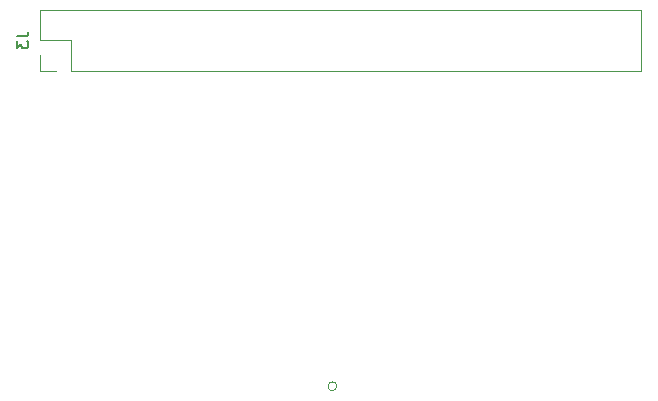
<source format=gbr>
%TF.GenerationSoftware,KiCad,Pcbnew,6.0.0*%
%TF.CreationDate,2022-01-12T19:36:27-05:00*%
%TF.ProjectId,raspi-hat,72617370-692d-4686-9174-2e6b69636164,rev?*%
%TF.SameCoordinates,Original*%
%TF.FileFunction,Legend,Bot*%
%TF.FilePolarity,Positive*%
%FSLAX46Y46*%
G04 Gerber Fmt 4.6, Leading zero omitted, Abs format (unit mm)*
G04 Created by KiCad (PCBNEW 6.0.0) date 2022-01-12 19:36:27*
%MOMM*%
%LPD*%
G01*
G04 APERTURE LIST*
G04 Aperture macros list*
%AMRoundRect*
0 Rectangle with rounded corners*
0 $1 Rounding radius*
0 $2 $3 $4 $5 $6 $7 $8 $9 X,Y pos of 4 corners*
0 Add a 4 corners polygon primitive as box body*
4,1,4,$2,$3,$4,$5,$6,$7,$8,$9,$2,$3,0*
0 Add four circle primitives for the rounded corners*
1,1,$1+$1,$2,$3*
1,1,$1+$1,$4,$5*
1,1,$1+$1,$6,$7*
1,1,$1+$1,$8,$9*
0 Add four rect primitives between the rounded corners*
20,1,$1+$1,$2,$3,$4,$5,0*
20,1,$1+$1,$4,$5,$6,$7,0*
20,1,$1+$1,$6,$7,$8,$9,0*
20,1,$1+$1,$8,$9,$2,$3,0*%
G04 Aperture macros list end*
%ADD10C,0.150000*%
%ADD11C,0.120000*%
%ADD12C,3.000000*%
%ADD13R,1.700000X1.700000*%
%ADD14O,1.700000X1.700000*%
%ADD15RoundRect,0.625000X1.875000X0.625000X-1.875000X0.625000X-1.875000X-0.625000X1.875000X-0.625000X0*%
G04 APERTURE END LIST*
D10*
X83602380Y-63986666D02*
X84316666Y-63986666D01*
X84459523Y-63939047D01*
X84554761Y-63843809D01*
X84602380Y-63700952D01*
X84602380Y-63605714D01*
X83602380Y-64367619D02*
X83602380Y-64986666D01*
X83983333Y-64653333D01*
X83983333Y-64796190D01*
X84030952Y-64891428D01*
X84078571Y-64939047D01*
X84173809Y-64986666D01*
X84411904Y-64986666D01*
X84507142Y-64939047D01*
X84554761Y-64891428D01*
X84602380Y-64796190D01*
X84602380Y-64510476D01*
X84554761Y-64415238D01*
X84507142Y-64367619D01*
D11*
X110726101Y-93599200D02*
G75*
G03*
X110726101Y-93599200I-381000J0D01*
G01*
X85590000Y-65590000D02*
X85590000Y-66920000D01*
X85590000Y-64320000D02*
X88190000Y-64320000D01*
X88190000Y-66920000D02*
X136510000Y-66920000D01*
X85590000Y-61720000D02*
X85590000Y-64320000D01*
X85590000Y-61720000D02*
X136510000Y-61720000D01*
X136510000Y-61720000D02*
X136510000Y-66920000D01*
X88190000Y-64320000D02*
X88190000Y-66920000D01*
X85590000Y-66920000D02*
X86920000Y-66920000D01*
%LPC*%
D12*
X82040000Y-64310000D03*
X140040000Y-64330000D03*
X82040000Y-113320000D03*
X140030000Y-113310000D03*
D13*
X92500000Y-100275000D03*
D14*
X92500000Y-97735000D03*
D13*
X92500000Y-87000000D03*
D14*
X92500000Y-84460000D03*
D15*
X122050000Y-98545000D03*
X129950000Y-98545000D03*
D13*
X86920000Y-65590000D03*
D14*
X86920000Y-63050000D03*
X89460000Y-65590000D03*
X89460000Y-63050000D03*
X92000000Y-65590000D03*
X92000000Y-63050000D03*
X94540000Y-65590000D03*
X94540000Y-63050000D03*
X97080000Y-65590000D03*
X97080000Y-63050000D03*
X99620000Y-65590000D03*
X99620000Y-63050000D03*
X102160000Y-65590000D03*
X102160000Y-63050000D03*
X104700000Y-65590000D03*
X104700000Y-63050000D03*
X107240000Y-65590000D03*
X107240000Y-63050000D03*
X109780000Y-65590000D03*
X109780000Y-63050000D03*
X112320000Y-65590000D03*
X112320000Y-63050000D03*
X114860000Y-65590000D03*
X114860000Y-63050000D03*
X117400000Y-65590000D03*
X117400000Y-63050000D03*
X119940000Y-65590000D03*
X119940000Y-63050000D03*
X122480000Y-65590000D03*
X122480000Y-63050000D03*
X125020000Y-65590000D03*
X125020000Y-63050000D03*
X127560000Y-65590000D03*
X127560000Y-63050000D03*
X130100000Y-65590000D03*
X130100000Y-63050000D03*
X132640000Y-65590000D03*
X132640000Y-63050000D03*
X135180000Y-65590000D03*
X135180000Y-63050000D03*
M02*

</source>
